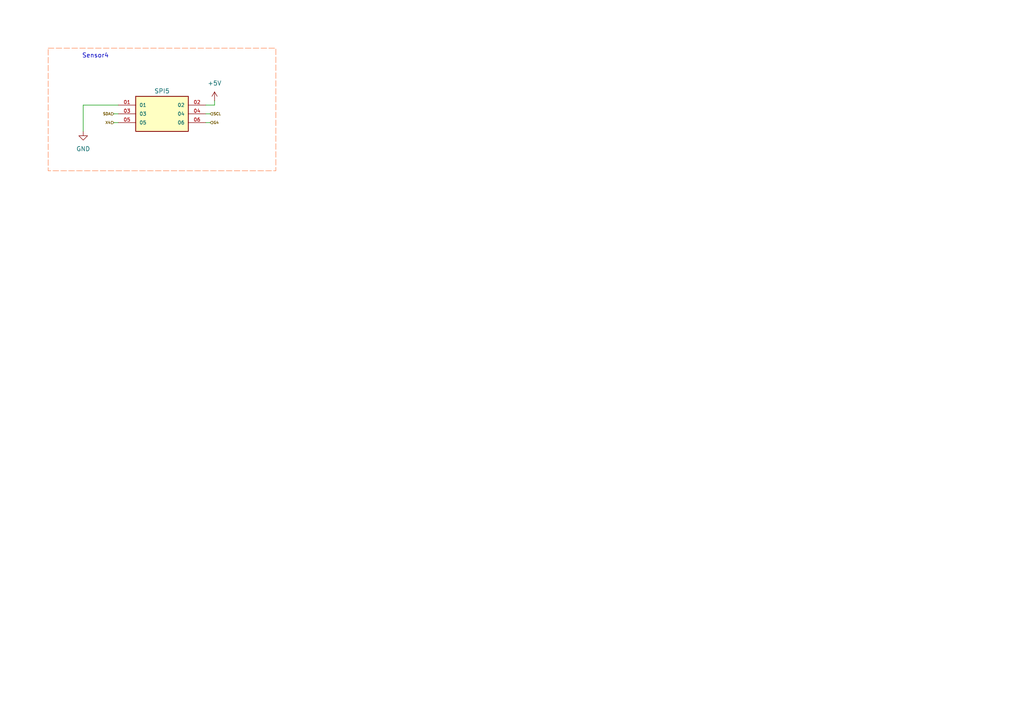
<source format=kicad_sch>
(kicad_sch (version 20231120) (generator "eeschema") (generator_version "8.0")
  (paper "A4")
  (lib_symbols
    (symbol "MTSW-103-23-F-D-230:MTSW-103-23-F-D-230" (pin_names (offset 1.016))
      (property "Reference" "J" (at -8.12 5.08 0))
      (property "Value" "MTSW-103-23-F-D-230" (at -7.62 -7.62 0))
      (symbol "MTSW-103-23-F-D-230_0_0"
        (rectangle (start -7.62 -5.08) (end 7.62 5.08) (stroke (width 0.254)) (fill (type background)))
        (pin passive line (at -12.7 2.54 0) (length 5.08) (name "01") (number "01"))
        (pin passive line (at 12.7 2.54 180) (length 5.08) (name "02") (number "02"))
        (pin passive line (at -12.7 0 0) (length 5.08) (name "03") (number "03"))
        (pin passive line (at 12.7 0 180) (length 5.08) (name "04") (number "04"))
        (pin passive line (at -12.7 -2.54 0) (length 5.08) (name "05") (number "05"))
        (pin passive line (at 12.7 -2.54 180) (length 5.08) (name "06") (number "06"))
      )
    )
    (symbol "power:+5V" (power) (pin_numbers hide) (pin_names (offset 0) hide)
      (property "Value" "+5V" (at 0 3.556 0))
      (symbol "+5V_0_1"
        (polyline (pts (xy -0.762 1.27) (xy 0 2.54)))
        (polyline (pts (xy 0 0) (xy 0 2.54)))
        (polyline (pts (xy 0 2.54) (xy 0.762 1.27)))
      )
      (symbol "+5V_1_1"
        (pin power_in line (at 0 0 90) (length 0) (name "~") (number "1"))
      )
    )
    (symbol "power:GND" (power) (pin_numbers hide) (pin_names (offset 0) hide)
      (property "Value" "GND" (at 0 -3.81 0))
      (symbol "GND_0_1"
        (polyline (pts (xy 0 0) (xy 0 -1.27) (xy 1.27 -1.27) (xy 0 -2.54) (xy -1.27 -1.27) (xy 0 -1.27)))
      )
      (symbol "GND_1_1"
        (pin power_in line (at 0 0 270) (length 0) (name "~") (number "1"))
      )
    )
  )
  (wire (pts (xy 24.13 30.48) (xy 34.29 30.48)))
  (wire (pts (xy 59.69 30.48) (xy 62.23 30.48)))
  (wire (pts (xy 24.13 38.1) (xy 24.13 30.48)))
  (wire (pts (xy 59.69 35.56) (xy 60.96 35.56)))
  (wire (pts (xy 59.69 33.02) (xy 60.96 33.02)))
  (wire (pts (xy 33.02 33.02) (xy 34.29 33.02)))
  (wire (pts (xy 33.02 35.56) (xy 34.29 35.56)))
  (wire (pts (xy 62.23 29.21) (xy 62.23 30.48)))
  (rectangle (start 13.97 13.97) (end 80.01 49.53) (stroke (width 0) (type dash) (color 255 133 81 1)))
  (text "Sensor4\n" (at 27.686 16.256 0) (effects (font (size 1.27 1.27))))
  (hierarchical_label "X4" (shape input) (at 33.02 35.56 180) (effects (font (size 0.762 0.762))))
  (hierarchical_label "G4" (shape input) (at 60.96 35.56 0) (effects (font (size 0.762 0.762))))
  (hierarchical_label "SCL" (shape input) (at 60.96 33.02 0) (effects (font (size 0.762 0.762))))
  (hierarchical_label "SDA" (shape input) (at 33.02 33.02 180) (effects (font (size 0.762 0.762))))
  (symbol (lib_id "power:GND") (at 24.13 38.1 0) (unit 1)
    (property "Reference" "#PWR025" (effects (hide yes)))
    (property "Value" "GND" (at 24.13 43.18 0))
    (property "Description" "Power symbol creates a global label with name \"GND\" , ground" (effects (hide yes)))
  )
  (symbol (lib_id "power:+5V") (at 62.23 29.21 0) (unit 1)
    (property "Reference" "#PWR028" (effects (hide yes)))
    (property "Value" "+5V" (at 62.23 24.13 0))
    (property "Description" "Power symbol creates a global label with name \"+5V\"" (effects (hide yes)))
  )
  (symbol (lib_id "MTSW-103-23-F-D-230:MTSW-103-23-F-D-230") (at 46.99 33.02 0) (unit 1)
    (property "Reference" "SPI5" (at 46.99 26.416 0))
    (property "Value" "MTSW-103-23-F-D-230" (effects (hide yes)))
    (property "Footprint" "MTSW-103-23-F-D-230:SAMTEC_MTSW-103-23-F-D-230" (effects (hide yes)))
    (property "MF" "Samtec" (effects (hide yes)))
    (property "Description_1" "\nCONN HEADER VERT 6POS 2.54MM\n" (effects (hide yes)))
    (property "Package" "None" (effects (hide yes)))
    (property "Price" "None" (effects (hide yes)))
    (property "Check_prices" "https://www.snapeda.com/parts/MTSW-103-23-F-D-230/Samtec/view-part/?ref=eda" (effects (hide yes)))
    (property "STANDARD" "Manufacturer Recommendations" (effects (hide yes)))
    (property "PARTREV" "R" (effects (hide yes)))
    (property "SnapEDA_Link" "https://www.snapeda.com/parts/MTSW-103-23-F-D-230/Samtec/view-part/?ref=snap" (effects (hide yes)))
    (property "MP" "MTSW-103-23-F-D-230" (effects (hide yes)))
    (property "Availability" "In Stock" (effects (hide yes)))
    (property "MANUFACTURER" "Samtec" (effects (hide yes)))
  )
)
</source>
